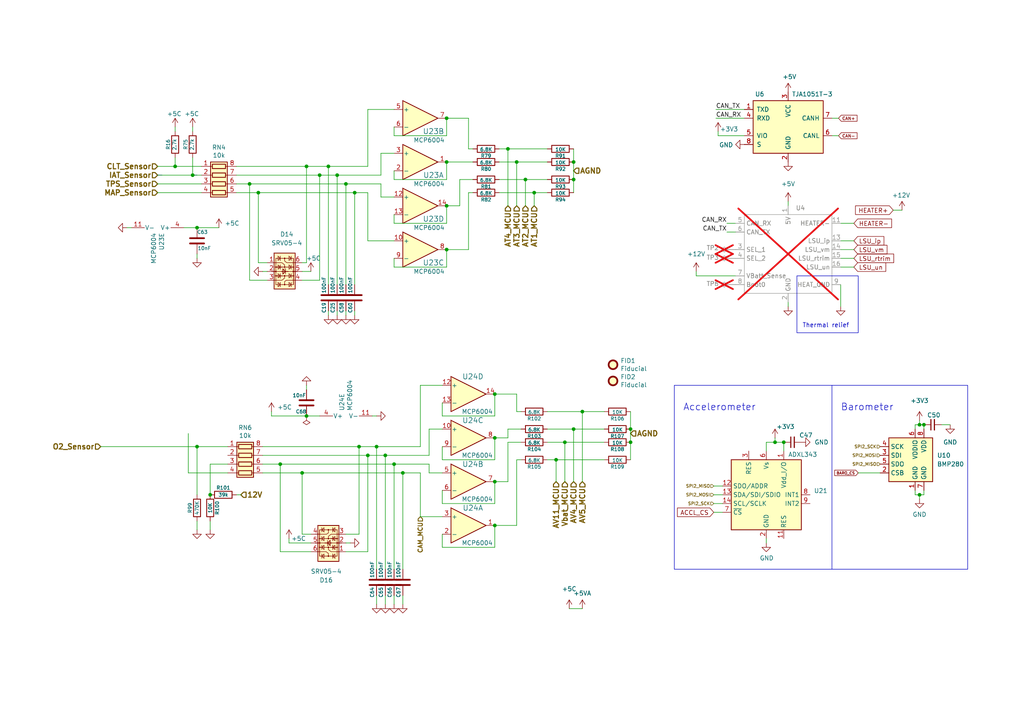
<source format=kicad_sch>
(kicad_sch (version 20240101) (generator "eeschema") (generator_version "8.99")
  (paper "A4")
  (title_block (title "μEFI (Speeduino FW compatible)") (date "2023-12-25") (rev "v6.1") (company "Churrosoft ®") (comment 1 "CERN-OHL-S-2.0 license"))
  (lib_symbols
    (symbol "+12V_1" (power) (pin_names (offset 0))
      (property "Value" "+12V" (at 0 3.556 0))
      (symbol "+12V_1_1_1"
        (pin power_in line (at 0 0 90) (length 0) hide (name "+12V") (number "1"))
      )
    )
    (symbol "Amplifier_Operational:MCP6004" (pin_names (offset 0.127))
      (property "Reference" "U" (at 0 5.08 0))
      (property "Value" "MCP6004" (at 0 -5.08 0))
      (symbol "MCP6004_1_1"
        (pin output line (at 7.62 0 180) (length 2.54) (name "~") (number "1"))
        (pin input line (at -7.62 -2.54 0) (length 2.54) (name "-") (number "2"))
        (pin input line (at -7.62 2.54 0) (length 2.54) (name "+") (number "3"))
      )
      (symbol "MCP6004_2_1"
        (pin input line (at -7.62 2.54 0) (length 2.54) (name "+") (number "5"))
        (pin input line (at -7.62 -2.54 0) (length 2.54) (name "-") (number "6"))
        (pin output line (at 7.62 0 180) (length 2.54) (name "~") (number "7"))
      )
      (symbol "MCP6004_3_1"
        (pin input line (at -7.62 2.54 0) (length 2.54) (name "+") (number "10"))
        (pin output line (at 7.62 0 180) (length 2.54) (name "~") (number "8"))
        (pin input line (at -7.62 -2.54 0) (length 2.54) (name "-") (number "9"))
      )
      (symbol "MCP6004_4_1"
        (pin input line (at -7.62 2.54 0) (length 2.54) (name "+") (number "12"))
        (pin input line (at -7.62 -2.54 0) (length 2.54) (name "-") (number "13"))
        (pin output line (at 7.62 0 180) (length 2.54) (name "~") (number "14"))
      )
      (symbol "MCP6004_5_1"
        (pin power_in line (at -2.54 -7.62 90) (length 3.81) (name "V-") (number "11"))
        (pin power_in line (at -2.54 7.62 270) (length 3.81) (name "V+") (number "4"))
      )
    )
    (symbol "Connector:TestPoint_Alt" (pin_numbers hide) (pin_names (offset 0.762) hide)
      (property "Reference" "TP" (at 0 6.858 0))
      (property "Value" "TestPoint_Alt" (at 0 5.08 0))
      (symbol "TestPoint_Alt_1_1"
        (pin passive line (at 0 0 90) (length 2.54) (name "1") (number "1"))
      )
    )
    (symbol "Device:C" (pin_numbers hide) (pin_names (offset 0.254))
      (property "Reference" "C" (at 0.635 2.54 0))
      (property "Value" "C" (at 0.635 -2.54 0))
      (symbol "C_1_1"
        (pin passive line (at 0 3.81 270) (length 2.794) (name "~") (number "1"))
        (pin passive line (at 0 -3.81 90) (length 2.794) (name "~") (number "2"))
      )
    )
    (symbol "Device:C_Small" (pin_numbers hide) (pin_names (offset 0.254) hide)
      (property "Reference" "C" (at 0.254 1.778 0))
      (property "Value" "C_Small" (at 0.254 -2.032 0))
      (symbol "C_Small_1_1"
        (pin passive line (at 0 2.54 270) (length 2.032) (name "~") (number "1"))
        (pin passive line (at 0 -2.54 90) (length 2.032) (name "~") (number "2"))
      )
    )
    (symbol "Device:R" (pin_numbers hide) (pin_names (offset 0))
      (property "Reference" "R" (at 2.032 0 90))
      (property "Value" "R" (at 0 0 90))
      (symbol "R_1_1"
        (pin passive line (at 0 3.81 270) (length 1.27) (name "~") (number "1"))
        (pin passive line (at 0 -3.81 90) (length 1.27) (name "~") (number "2"))
      )
    )
    (symbol "Device:R_Pack04" (pin_names (offset 0) hide)
      (property "Reference" "RN" (at -7.62 0 90))
      (property "Value" "R_Pack04" (at 5.08 0 90))
      (symbol "R_Pack04_1_1"
        (pin passive line (at -5.08 -5.08 90) (length 2.54) (name "R1.1") (number "1"))
        (pin passive line (at -2.54 -5.08 90) (length 2.54) (name "R2.1") (number "2"))
        (pin passive line (at 0 -5.08 90) (length 2.54) (name "R3.1") (number "3"))
        (pin passive line (at 2.54 -5.08 90) (length 2.54) (name "R4.1") (number "4"))
        (pin passive line (at 2.54 5.08 270) (length 2.54) (name "R4.2") (number "5"))
        (pin passive line (at 0 5.08 270) (length 2.54) (name "R3.2") (number "6"))
        (pin passive line (at -2.54 5.08 270) (length 2.54) (name "R2.2") (number "7"))
        (pin passive line (at -5.08 5.08 270) (length 2.54) (name "R1.2") (number "8"))
      )
    )
    (symbol "GND_1" (power) (pin_names (offset 0))
      (property "Value" "GND" (at 0 -3.81 0))
      (symbol "GND_1_1_1"
        (pin power_in line (at 0 0 270) (length 0) hide (name "GND") (number "1"))
      )
    )
    (symbol "Interface_CAN_LIN:TJA1051T-3" (pin_names (offset 1.016))
      (property "Reference" "U" (at -10.16 8.89 0))
      (property "Value" "TJA1051T-3" (at 1.27 8.89 0))
      (symbol "TJA1051T-3_1_1"
        (pin input line (at -12.7 5.08 0) (length 2.54) (name "TXD") (number "1"))
        (pin power_in line (at 0 -10.16 90) (length 2.54) (name "GND") (number "2"))
        (pin power_in line (at 0 10.16 270) (length 2.54) (name "VCC") (number "3"))
        (pin output line (at -12.7 2.54 0) (length 2.54) (name "RXD") (number "4"))
        (pin power_in line (at -12.7 -2.54 0) (length 2.54) (name "VIO") (number "5"))
        (pin bidirectional line (at 12.7 -2.54 180) (length 2.54) (name "CANL") (number "6"))
        (pin bidirectional line (at 12.7 2.54 180) (length 2.54) (name "CANH") (number "7"))
        (pin input line (at -12.7 -5.08 0) (length 2.54) (name "S") (number "8"))
      )
    )
    (symbol "Mechanical:Fiducial"
      (property "Reference" "FID" (at 0 5.08 0))
      (property "Value" "Fiducial" (at 0 3.175 0))
    )
    (symbol "OpenEFI_LIB:RusEFI_WBO"
      (property "Reference" "U" (at 0 0 0))
      (symbol "RusEFI_WBO_1_1"
        (pin power_in line (at 0 13.97 270) (length 2.54) (name "5V") (number "1"))
        (pin power_in line (at 15.24 -8.89 180) (length 2.54) hide (name "HEAT_GND2") (number "10"))
        (pin power_out line (at 15.24 8.89 180) (length 2.54) (name "HEATER-") (number "11"))
        (pin power_out line (at 15.24 8.89 180) (length 2.54) hide (name "HEATER-") (number "12"))
        (pin bidirectional line (at 15.24 3.81 180) (length 2.54) (name "LSU_ip") (number "13"))
        (pin bidirectional line (at 15.24 1.27 180) (length 2.54) (name "LSU_vm") (number "14"))
        (pin bidirectional line (at 15.24 -1.27 180) (length 2.54) (name "LSU_rtrim") (number "15"))
        (pin bidirectional line (at 15.24 -3.81 180) (length 2.54) (name "LSU_un") (number "16"))
        (pin power_in line (at 0 -13.97 90) (length 2.54) (name "GND") (number "2"))
        (pin input line (at -15.24 1.27 0) (length 2.54) (name "SEL_1") (number "3"))
        (pin input line (at -15.24 -1.27 0) (length 2.54) (name "SEL_2") (number "4"))
        (pin input line (at -15.24 8.89 0) (length 2.54) (name "CAN_RX") (number "5"))
        (pin output line (at -15.24 6.35 0) (length 2.54) (name "CAN_TX") (number "6"))
        (pin input line (at -15.24 -6.35 0) (length 2.54) (name "VBatt_Sense") (number "7"))
        (pin input line (at -15.24 -8.89 0) (length 2.54) (name "Boot0") (number "8"))
        (pin power_in line (at 15.24 -8.89 180) (length 2.54) (name "HEAT_GND") (number "9"))
      )
    )
    (symbol "Power_Protection:NUP4202"
      (property "Reference" "U" (at -6.985 -2.54 0))
      (property "Value" "NUP4202" (at 6.35 1.27 90))
      (symbol "NUP4202_1_1"
        (pin passive line (at -2.54 -5.08 90) (length 2.54) (name "~") (number "1"))
        (pin passive line (at 0 -5.08 90) (length 2.54) (name "~") (number "2"))
        (pin passive line (at 2.54 -5.08 90) (length 2.54) (name "~") (number "3"))
        (pin passive line (at 2.54 5.08 270) (length 2.54) (name "~") (number "4"))
        (pin passive line (at 0 5.08 270) (length 2.54) (name "~") (number "5"))
        (pin passive line (at -2.54 5.08 270) (length 2.54) (name "~") (number "6"))
      )
    )
    (symbol "Sensor_Motion:ADXL343"
      (property "Reference" "U" (at -8.89 11.43 0))
      (property "Value" "ADXL343" (at -7.62 -11.43 0))
      (symbol "ADXL343_1_1"
        (pin power_in line (at 5.08 12.7 270) (length 2.54) (name "Vdd_I/O") (number "1"))
        (pin no_connect line (at -5.08 -10.16 90) (length 2.54) hide (name "NC") (number "10"))
        (pin passive line (at 5.08 -12.7 90) (length 2.54) (name "RES") (number "11"))
        (pin bidirectional line (at -12.7 2.54 0) (length 2.54) (name "SDO/ADDR") (number "12"))
        (pin bidirectional line (at -12.7 0 0) (length 2.54) (name "SDA/SDI/SDIO") (number "13"))
        (pin input line (at -12.7 -2.54 0) (length 2.54) (name "SCL/SCLK") (number "14"))
        (pin power_in line (at 0 -12.7 90) (length 2.54) (name "GND") (number "2"))
        (pin passive line (at -5.08 12.7 270) (length 2.54) (name "RES") (number "3"))
        (pin passive line (at 0 -12.7 90) (length 2.54) hide (name "GND") (number "4"))
        (pin passive line (at 0 -12.7 90) (length 2.54) hide (name "GND") (number "5"))
        (pin power_in line (at 0 12.7 270) (length 2.54) (name "Vs") (number "6"))
        (pin input line (at -12.7 -5.08 0) (length 2.54) (name "~{CS}") (number "7"))
        (pin output line (at 12.7 0 180) (length 2.54) (name "INT1") (number "8"))
        (pin output line (at 12.7 -2.54 180) (length 2.54) (name "INT2") (number "9"))
      )
    )
    (symbol "Sensor_Pressure:BMP280"
      (property "Reference" "U" (at -7.62 10.16 0))
      (property "Value" "BMP280" (at 5.08 10.16 0))
      (symbol "BMP280_1_1"
        (pin power_in line (at 0 -7.62 90) (length 2.54) (name "GND") (number "1"))
        (pin input line (at -10.16 -2.54 0) (length 2.54) (name "CSB") (number "2"))
        (pin bidirectional line (at -10.16 2.54 0) (length 2.54) (name "SDI") (number "3"))
        (pin input line (at -10.16 5.08 0) (length 2.54) (name "SCK") (number "4"))
        (pin bidirectional line (at -10.16 0 0) (length 2.54) (name "SDO") (number "5"))
        (pin power_in line (at 0 10.16 270) (length 2.54) (name "VDDIO") (number "6"))
        (pin power_in line (at 2.54 -7.62 90) (length 2.54) (name "GND") (number "7"))
        (pin power_in line (at 2.54 10.16 270) (length 2.54) (name "VDD") (number "8"))
      )
    )
    (symbol "power:+3V3" (power) (pin_names (offset 0))
      (property "Value" "+3V3" (at 0 3.556 0))
      (symbol "+3V3_1_1"
        (pin power_in line (at 0 0 90) (length 0) hide (name "+3V3") (number "1"))
      )
    )
    (symbol "power:+5C" (power) (pin_names (offset 0))
      (property "Value" "+5C" (at 0 3.556 0))
      (symbol "+5C_1_1"
        (pin power_in line (at 0 0 90) (length 0) hide (name "+5C") (number "1"))
      )
    )
    (symbol "power:+5V" (power) (pin_names (offset 0))
      (property "Value" "+5V" (at 0 3.556 0))
      (symbol "+5V_1_1"
        (pin power_in line (at 0 0 90) (length 0) hide (name "+5V") (number "1"))
      )
    )
    (symbol "power:+5VA" (power) (pin_names (offset 0))
      (property "Value" "+5VA" (at 0 3.556 0))
      (symbol "+5VA_1_1"
        (pin power_in line (at 0 0 90) (length 0) hide (name "+5VA") (number "1"))
      )
    )
    (symbol "power:GND" (power) (pin_names (offset 0))
      (property "Value" "GND" (at 0 -3.81 0))
      (symbol "GND_1_1"
        (pin power_in line (at 0 0 270) (length 0) hide (name "GND") (number "1"))
      )
    )
    (symbol "power:PWR_FLAG" (power) (pin_numbers hide) (pin_names (offset 0) hide)
      (property "Value" "PWR_FLAG" (at 0 3.81 0))
      (symbol "PWR_FLAG_0_0"
        (pin power_out line (at 0 0 90) (length 0) (name "pwr") (number "1"))
      )
    )
  )
  (rectangle (start 231.14 80.01) (end 248.92 96.52))
  (rectangle (start 195.58 111.76) (end 280.67 165.1))
  (text "Barometer" (at 243.84 119.38 0) (effects (font (size 1.9812 1.9812)) (justify left bottom)))
  (text "Accelerometer" (at 198.12 119.38 0) (effects (font (size 1.9812 1.9812)) (justify left bottom)))
  (text "Thermal relief\n" (at 239.522 94.488 0) (effects (font (size 1.27 1.27))))
  (junction (at 109.22 129.54))
  (junction (at 87.63 137.16))
  (junction (at 266.7 123.19))
  (junction (at 129.54 46.99))
  (junction (at 154.94 55.88))
  (junction (at 266.7 143.51))
  (junction (at 161.29 133.35))
  (junction (at 163.83 128.27))
  (junction (at 129.54 59.69))
  (junction (at 114.3 134.62))
  (junction (at 106.68 132.08))
  (junction (at 95.25 48.26))
  (junction (at 166.37 46.99))
  (junction (at 74.93 55.88))
  (junction (at 104.14 129.54))
  (junction (at 227.33 128.27))
  (junction (at 81.28 134.62))
  (junction (at 166.37 124.46))
  (junction (at 182.88 124.46))
  (junction (at 267.97 123.19))
  (junction (at 92.71 50.8))
  (junction (at 102.87 55.88))
  (junction (at 55.88 50.8))
  (junction (at 72.39 53.34))
  (junction (at 129.54 34.29))
  (junction (at 143.51 127))
  (junction (at 57.15 66.04))
  (junction (at 57.15 129.54))
  (junction (at 60.96 143.51))
  (junction (at 168.91 119.38))
  (junction (at 100.33 53.34))
  (junction (at 111.76 132.08))
  (junction (at 149.86 46.99))
  (junction (at 147.32 43.18))
  (junction (at 143.51 139.7))
  (junction (at 50.8 48.26))
  (junction (at 152.4 52.07))
  (junction (at 116.84 137.16))
  (junction (at 88.9 120.65))
  (junction (at 97.79 50.8))
  (junction (at 182.88 128.27))
  (junction (at 166.37 52.07))
  (junction (at 88.9 48.26))
  (junction (at 224.79 128.27))
  (junction (at 143.51 114.3))
  (junction (at 129.54 72.39))
  (junction (at 143.51 152.4))
  (wire (pts (xy 129.54 34.29) (xy 135.89 34.29)))
  (wire (pts (xy 100.33 157.48) (xy 101.6 157.48)))
  (wire (pts (xy 72.39 53.34) (xy 72.39 81.28)))
  (wire (pts (xy 143.51 120.65) (xy 143.51 114.3)))
  (wire (pts (xy 133.35 59.69) (xy 133.35 52.07)))
  (wire (pts (xy 81.28 134.62) (xy 81.28 160.02)))
  (wire (pts (xy 124.46 134.62) (xy 124.46 137.16)))
  (wire (pts (xy 149.86 114.3) (xy 143.51 114.3)))
  (wire (pts (xy 110.49 53.34) (xy 110.49 57.15)))
  (wire (pts (xy 182.88 124.46) (xy 182.88 128.27)))
  (wire (pts (xy 158.75 124.46) (xy 166.37 124.46)))
  (wire (pts (xy 267.97 124.46) (xy 267.97 123.19)))
  (wire (pts (xy 266.7 123.19) (xy 265.43 123.19)))
  (polyline (pts (xy 241.3 111.76) (xy 241.3 165.1)))
  (wire (pts (xy 55.88 45.72) (xy 55.88 50.8)))
  (wire (pts (xy 129.54 39.37) (xy 129.54 34.29)))
  (wire (pts (xy 77.47 76.2) (xy 74.93 76.2)))
  (wire (pts (xy 149.86 133.35) (xy 149.86 152.4)))
  (wire (pts (xy 55.88 36.83) (xy 55.88 38.1)))
  (wire (pts (xy 95.25 48.26) (xy 95.25 82.55)))
  (wire (pts (xy 168.91 119.38) (xy 175.26 119.38)))
  (wire (pts (xy 135.89 34.29) (xy 135.89 43.18)))
  (wire (pts (xy 114.3 134.62) (xy 124.46 134.62)))
  (wire (pts (xy 207.01 148.59) (xy 209.55 148.59)))
  (wire (pts (xy 210.82 67.31) (xy 213.36 67.31)))
  (wire (pts (xy 106.68 55.88) (xy 106.68 69.85)))
  (wire (pts (xy 87.63 76.2) (xy 88.9 76.2)))
  (wire (pts (xy 72.39 81.28) (xy 77.47 81.28)))
  (wire (pts (xy 267.97 123.19) (xy 266.7 123.19)))
  (wire (pts (xy 109.22 129.54) (xy 121.92 129.54)))
  (wire (pts (xy 100.33 160.02) (xy 106.68 160.02)))
  (wire (pts (xy 129.54 72.39) (xy 135.89 72.39)))
  (wire (pts (xy 114.3 49.53) (xy 114.3 52.07)))
  (wire (pts (xy 45.72 53.34) (xy 58.42 53.34)))
  (wire (pts (xy 97.79 90.17) (xy 97.79 91.44)))
  (wire (pts (xy 60.96 134.62) (xy 66.04 134.62)))
  (wire (pts (xy 267.97 142.24) (xy 267.97 143.51)))
  (wire (pts (xy 114.3 39.37) (xy 114.3 36.83)))
  (wire (pts (xy 137.16 55.88) (xy 135.89 55.88)))
  (wire (pts (xy 109.22 165.1) (xy 109.22 129.54)))
  (wire (pts (xy 87.63 81.28) (xy 92.71 81.28)))
  (wire (pts (xy 121.92 137.16) (xy 116.84 137.16)))
  (wire (pts (xy 166.37 124.46) (xy 175.26 124.46)))
  (wire (pts (xy 124.46 137.16) (xy 128.27 137.16)))
  (wire (pts (xy 144.78 43.18) (xy 147.32 43.18)))
  (wire (pts (xy 265.43 143.51) (xy 265.43 142.24)))
  (wire (pts (xy 74.93 55.88) (xy 102.87 55.88)))
  (wire (pts (xy 68.58 55.88) (xy 74.93 55.88)))
  (wire (pts (xy 143.51 127) (xy 147.32 127)))
  (wire (pts (xy 149.86 59.69) (xy 149.86 46.99)))
  (wire (pts (xy 147.32 59.69) (xy 147.32 43.18)))
  (wire (pts (xy 60.96 143.51) (xy 60.96 134.62)))
  (wire (pts (xy 129.54 64.77) (xy 129.54 59.69)))
  (wire (pts (xy 265.43 123.19) (xy 265.43 124.46)))
  (wire (pts (xy 144.78 46.99) (xy 149.86 46.99)))
  (wire (pts (xy 128.27 142.24) (xy 128.27 146.05)))
  (wire (pts (xy 60.96 153.67) (xy 60.96 151.13)))
  (wire (pts (xy 88.9 113.03) (xy 88.9 111.76)))
  (wire (pts (xy 243.84 77.47) (xy 247.65 77.47)))
  (wire (pts (xy 261.62 60.96) (xy 259.08 60.96)))
  (wire (pts (xy 152.4 52.07) (xy 158.75 52.07)))
  (wire (pts (xy 166.37 43.18) (xy 166.37 46.99)))
  (wire (pts (xy 154.94 59.69) (xy 154.94 55.88)))
  (wire (pts (xy 207.01 143.51) (xy 209.55 143.51)))
  (polyline (pts (xy 55.88 50.8) (xy 57.15 50.8)) (stroke (width 0) (type dash)))
  (wire (pts (xy 74.93 76.2) (xy 74.93 55.88)))
  (wire (pts (xy 135.89 72.39) (xy 135.89 55.88)))
  (wire (pts (xy 165.1 176.53) (xy 168.91 176.53)))
  (wire (pts (xy 76.2 134.62) (xy 81.28 134.62)))
  (wire (pts (xy 111.76 132.08) (xy 124.46 132.08)))
  (wire (pts (xy 143.51 152.4) (xy 149.86 152.4)))
  (wire (pts (xy 114.3 77.47) (xy 114.3 74.93)))
  (wire (pts (xy 55.88 50.8) (xy 58.42 50.8)))
  (wire (pts (xy 266.7 121.92) (xy 266.7 123.19)))
  (wire (pts (xy 222.25 157.48) (xy 222.25 156.21)))
  (wire (pts (xy 129.54 46.99) (xy 137.16 46.99)))
  (wire (pts (xy 78.74 120.65) (xy 88.9 120.65)))
  (wire (pts (xy 104.14 154.94) (xy 104.14 129.54)))
  (wire (pts (xy 158.75 119.38) (xy 168.91 119.38)))
  (wire (pts (xy 121.92 149.86) (xy 121.92 137.16)))
  (wire (pts (xy 147.32 128.27) (xy 151.13 128.27)))
  (wire (pts (xy 100.33 53.34) (xy 110.49 53.34)))
  (wire (pts (xy 95.25 48.26) (xy 106.68 48.26)))
  (wire (pts (xy 128.27 146.05) (xy 143.51 146.05)))
  (wire (pts (xy 147.32 139.7) (xy 147.32 128.27)))
  (wire (pts (xy 102.87 55.88) (xy 106.68 55.88)))
  (wire (pts (xy 100.33 90.17) (xy 100.33 91.44)))
  (wire (pts (xy 114.3 134.62) (xy 81.28 134.62)))
  (wire (pts (xy 147.32 43.18) (xy 158.75 43.18)))
  (wire (pts (xy 154.94 55.88) (xy 158.75 55.88)))
  (wire (pts (xy 29.21 129.54) (xy 57.15 129.54)))
  (wire (pts (xy 100.33 82.55) (xy 100.33 53.34)))
  (wire (pts (xy 121.92 111.76) (xy 128.27 111.76)))
  (wire (pts (xy 78.74 120.65) (xy 78.74 119.38)))
  (wire (pts (xy 166.37 139.7) (xy 166.37 124.46)))
  (wire (pts (xy 208.28 39.37) (xy 215.9 39.37)))
  (wire (pts (xy 88.9 120.65) (xy 92.71 120.65)))
  (wire (pts (xy 114.3 64.77) (xy 114.3 62.23)))
  (wire (pts (xy 114.3 165.1) (xy 114.3 134.62)))
  (wire (pts (xy 87.63 137.16) (xy 116.84 137.16)))
  (wire (pts (xy 45.72 55.88) (xy 58.42 55.88)))
  (wire (pts (xy 149.86 119.38) (xy 151.13 119.38)))
  (wire (pts (xy 168.91 139.7) (xy 168.91 119.38)))
  (wire (pts (xy 114.3 52.07) (xy 129.54 52.07)))
  (wire (pts (xy 106.68 31.75) (xy 106.68 48.26)))
  (wire (pts (xy 128.27 133.35) (xy 143.51 133.35)))
  (wire (pts (xy 121.92 129.54) (xy 121.92 111.76)))
  (wire (pts (xy 266.7 144.78) (xy 266.7 143.51)))
  (polyline (pts (xy 45.72 50.8) (xy 46.99 50.8)) (stroke (width 0) (type dash)))
  (wire (pts (xy 143.51 146.05) (xy 143.51 139.7)))
  (wire (pts (xy 90.17 160.02) (xy 81.28 160.02)))
  (wire (pts (xy 243.84 82.55) (xy 243.84 88.9)))
  (wire (pts (xy 201.93 80.01) (xy 213.36 80.01)))
  (wire (pts (xy 38.1 66.04) (xy 36.83 66.04)))
  (wire (pts (xy 45.72 48.26) (xy 50.8 48.26)))
  (wire (pts (xy 129.54 59.69) (xy 133.35 59.69)))
  (wire (pts (xy 114.3 31.75) (xy 106.68 31.75)))
  (wire (pts (xy 110.49 44.45) (xy 110.49 50.8)))
  (wire (pts (xy 114.3 77.47) (xy 129.54 77.47)))
  (wire (pts (xy 50.8 48.26) (xy 58.42 48.26)))
  (wire (pts (xy 114.3 64.77) (xy 129.54 64.77)))
  (wire (pts (xy 114.3 39.37) (xy 129.54 39.37)))
  (wire (pts (xy 57.15 73.66) (xy 57.15 74.93)))
  (wire (pts (xy 182.88 119.38) (xy 182.88 124.46)))
  (wire (pts (xy 207.645 31.75) (xy 215.9 31.75)))
  (wire (pts (xy 149.86 119.38) (xy 149.86 114.3)))
  (wire (pts (xy 114.3 44.45) (xy 110.49 44.45)))
  (wire (pts (xy 224.79 127) (xy 224.79 128.27)))
  (wire (pts (xy 57.15 66.04) (xy 53.34 66.04)))
  (wire (pts (xy 144.78 55.88) (xy 154.94 55.88)))
  (wire (pts (xy 92.71 50.8) (xy 97.79 50.8)))
  (wire (pts (xy 161.29 133.35) (xy 175.26 133.35)))
  (wire (pts (xy 72.39 53.34) (xy 100.33 53.34)))
  (wire (pts (xy 201.93 78.74) (xy 201.93 80.01)))
  (wire (pts (xy 215.9 34.29) (xy 207.645 34.29)))
  (wire (pts (xy 143.51 133.35) (xy 143.51 127)))
  (wire (pts (xy 88.9 48.26) (xy 95.25 48.26)))
  (wire (pts (xy 149.86 46.99) (xy 158.75 46.99)))
  (wire (pts (xy 124.46 124.46) (xy 124.46 132.08)))
  (wire (pts (xy 147.32 127) (xy 147.32 124.46)))
  (wire (pts (xy 124.46 124.46) (xy 128.27 124.46)))
  (wire (pts (xy 97.79 50.8) (xy 110.49 50.8)))
  (wire (pts (xy 97.79 82.55) (xy 97.79 50.8)))
  (wire (pts (xy 50.8 45.72) (xy 50.8 48.26)))
  (wire (pts (xy 76.2 129.54) (xy 104.14 129.54)))
  (wire (pts (xy 207.01 140.97) (xy 209.55 140.97)))
  (wire (pts (xy 50.8 36.83) (xy 50.8 38.1)))
  (wire (pts (xy 57.15 151.13) (xy 57.15 153.67)))
  (wire (pts (xy 128.27 129.54) (xy 128.27 133.35)))
  (wire (pts (xy 275.59 123.19) (xy 273.05 123.19)))
  (wire (pts (xy 90.17 154.94) (xy 87.63 154.94)))
  (wire (pts (xy 161.29 139.7) (xy 161.29 133.35)))
  (wire (pts (xy 243.84 72.39) (xy 247.65 72.39)))
  (wire (pts (xy 102.87 82.55) (xy 102.87 55.88)))
  (wire (pts (xy 111.76 165.1) (xy 111.76 132.08)))
  (wire (pts (xy 243.84 64.77) (xy 247.65 64.77)))
  (wire (pts (xy 128.27 158.75) (xy 143.51 158.75)))
  (wire (pts (xy 208.28 38.1) (xy 208.28 39.37)))
  (wire (pts (xy 267.97 143.51) (xy 266.7 143.51)))
  (wire (pts (xy 110.49 57.15) (xy 114.3 57.15)))
  (wire (pts (xy 68.58 143.51) (xy 69.85 143.51)))
  (wire (pts (xy 106.68 160.02) (xy 106.68 132.08)))
  (wire (pts (xy 128.27 120.65) (xy 143.51 120.65)))
  (wire (pts (xy 135.89 43.18) (xy 137.16 43.18)))
  (wire (pts (xy 129.54 52.07) (xy 129.54 46.99)))
  (wire (pts (xy 92.71 81.28) (xy 92.71 50.8)))
  (wire (pts (xy 228.6 87.63) (xy 228.6 88.9)))
  (wire (pts (xy 222.25 128.27) (xy 224.79 128.27)))
  (wire (pts (xy 129.54 77.47) (xy 129.54 72.39)))
  (wire (pts (xy 54.61 125.73) (xy 54.61 137.16)))
  (wire (pts (xy 104.14 129.54) (xy 109.22 129.54)))
  (wire (pts (xy 128.27 116.84) (xy 128.27 120.65)))
  (wire (pts (xy 68.58 50.8) (xy 92.71 50.8)))
  (wire (pts (xy 241.3 39.37) (xy 243.205 39.37)))
  (wire (pts (xy 158.75 133.35) (xy 161.29 133.35)))
  (wire (pts (xy 109.22 175.26) (xy 109.22 172.72)))
  (wire (pts (xy 54.61 137.16) (xy 66.04 137.16)))
  (wire (pts (xy 163.83 128.27) (xy 175.26 128.27)))
  (wire (pts (xy 111.76 172.72) (xy 111.76 175.26)))
  (wire (pts (xy 266.7 143.51) (xy 265.43 143.51)))
  (wire (pts (xy 116.84 172.72) (xy 116.84 175.26)))
  (wire (pts (xy 227.33 130.81) (xy 227.33 128.27)))
  (wire (pts (xy 83.82 157.48) (xy 83.82 156.21)))
  (wire (pts (xy 133.35 52.07) (xy 137.16 52.07)))
  (wire (pts (xy 166.37 52.07) (xy 166.37 55.88)))
  (wire (pts (xy 248.92 137.16) (xy 255.27 137.16)))
  (wire (pts (xy 228.6 58.42) (xy 228.6 59.69)))
  (wire (pts (xy 210.82 64.77) (xy 213.36 64.77)))
  (wire (pts (xy 241.3 34.29) (xy 243.205 34.29)))
  (wire (pts (xy 227.33 128.27) (xy 224.79 128.27)))
  (wire (pts (xy 88.9 76.2) (xy 88.9 48.26)))
  (wire (pts (xy 63.5 66.04) (xy 57.15 66.04)))
  (wire (pts (xy 87.63 137.16) (xy 87.63 154.94)))
  (wire (pts (xy 68.58 53.34) (xy 72.39 53.34)))
  (wire (pts (xy 76.2 78.74) (xy 77.47 78.74)))
  (wire (pts (xy 121.92 149.86) (xy 128.27 149.86)))
  (wire (pts (xy 76.2 137.16) (xy 87.63 137.16)))
  (wire (pts (xy 104.14 154.94) (xy 100.33 154.94)))
  (wire (pts (xy 143.51 158.75) (xy 143.51 152.4)))
  (wire (pts (xy 149.86 133.35) (xy 151.13 133.35)))
  (wire (pts (xy 143.51 139.7) (xy 147.32 139.7)))
  (wire (pts (xy 68.58 48.26) (xy 88.9 48.26)))
  (wire (pts (xy 243.84 74.93) (xy 247.65 74.93)))
  (wire (pts (xy 144.78 52.07) (xy 152.4 52.07)))
  (wire (pts (xy 163.83 139.7) (xy 163.83 128.27)))
  (wire (pts (xy 243.84 69.85) (xy 247.65 69.85)))
  (wire (pts (xy 116.84 137.16) (xy 116.84 165.1)))
  (wire (pts (xy 152.4 59.69) (xy 152.4 52.07)))
  (wire (pts (xy 207.01 146.05) (xy 209.55 146.05)))
  (wire (pts (xy 106.68 132.08) (xy 111.76 132.08)))
  (wire (pts (xy 57.15 129.54) (xy 66.04 129.54)))
  (wire (pts (xy 102.87 90.17) (xy 102.87 91.44)))
  (wire (pts (xy 95.25 90.17) (xy 95.25 91.44)))
  (wire (pts (xy 45.72 50.8) (xy 55.88 50.8)))
  (wire (pts (xy 83.82 157.48) (xy 90.17 157.48)))
  (wire (pts (xy 76.2 132.08) (xy 106.68 132.08)))
  (wire (pts (xy 182.88 128.27) (xy 182.88 133.35)))
  (wire (pts (xy 107.95 120.65) (xy 109.22 120.65)))
  (wire (pts (xy 114.3 172.72) (xy 114.3 175.26)))
  (wire (pts (xy 158.75 128.27) (xy 163.83 128.27)))
  (wire (pts (xy 106.68 69.85) (xy 114.3 69.85)))
  (wire (pts (xy 147.32 124.46) (xy 151.13 124.46)))
  (wire (pts (xy 57.15 143.51) (xy 57.15 129.54)))
  (wire (pts (xy 166.37 46.99) (xy 166.37 52.07)))
  (wire (pts (xy 128.27 154.94) (xy 128.27 158.75)))
  (wire (pts (xy 222.25 130.81) (xy 222.25 128.27)))
  (wire (pts (xy 87.63 78.74) (xy 90.17 78.74)))
  (label "CAN_RX" (at 207.645 34.29 0))
  (label "CAN_RX" (at 210.82 64.77 180))
  (label "CAN_TX" (at 207.645 31.75 0))
  (label "CAN_TX" (at 210.82 67.31 180))
  (global_label "CAN+" (shape input) (at 243.205 34.29 0) (effects (font (size 0.889 0.889))) (property "Intersheetrefs" "${INTERSHEET_REFS}" (effects (hide yes))))
  (global_label "ACCL_CS" (shape input) (at 207.01 148.59 180) (property "Intersheetrefs" "${INTERSHEET_REFS}" (effects (hide yes))))
  (global_label "BARO_CS" (shape input) (at 248.92 137.16 180) (effects (font (size 0.8 0.8))) (property "Intersheetrefs" "${INTERSHEET_REFS}" (effects (hide yes))))
  (global_label "HEATER+" (shape input) (at 259.08 60.96 180) (property "Intersheetrefs" "${INTERSHEET_REFS}" (effects (hide yes))))
  (global_label "LSU_rtrim" (shape input) (at 247.65 74.93 0) (property "Intersheetrefs" "${INTERSHEET_REFS}" (effects (hide yes))))
  (global_label "LSU_ip" (shape input) (at 247.65 69.85 0) (property "Intersheetrefs" "${INTERSHEET_REFS}" (effects (hide yes))))
  (global_label "HEATER-" (shape input) (at 247.65 64.77 0) (property "Intersheetrefs" "${INTERSHEET_REFS}" (effects (hide yes))))
  (global_label "LSU_vm" (shape input) (at 247.65 72.39 0) (property "Intersheetrefs" "${INTERSHEET_REFS}" (effects (hide yes))))
  (global_label "LSU_un" (shape input) (at 247.65 77.47 0) (property "Intersheetrefs" "${INTERSHEET_REFS}" (effects (hide yes))))
  (global_label "CAN-" (shape input) (at 243.205 39.37 0) (effects (font (size 0.889 0.889))) (property "Intersheetrefs" "${INTERSHEET_REFS}" (effects (hide yes))))
  (hierarchical_label "O2_Sensor" (shape input) (at 29.21 129.54 180) (effects (font (size 1.524 1.524) (thickness 0.3048) (bold yes))))
  (hierarchical_label "SPI2_MISO" (shape input) (at 207.01 140.97 180) (effects (font (size 0.889 0.889))))
  (hierarchical_label "CLT_Sensor" (shape input) (at 45.72 48.26 180) (effects (font (size 1.524 1.524) (thickness 0.3048) (bold yes))))
  (hierarchical_label "SPI2_MOSI" (shape input) (at 255.27 132.08 180) (effects (font (size 0.889 0.889))))
  (hierarchical_label "AV4_MCU" (shape input) (at 166.37 139.7 270) (effects (font (size 1.524 1.524) (thickness 0.3048) (bold yes))))
  (hierarchical_label "SPI2_SCK" (shape input) (at 255.27 129.54 180) (effects (font (size 0.889 0.889))))
  (hierarchical_label "AV5_MCU" (shape input) (at 168.91 139.7 270) (effects (font (size 1.524 1.524) (thickness 0.3048) (bold yes))))
  (hierarchical_label "CAM_MCU" (shape input) (at 121.92 149.86 270) (effects (font (thickness 0.254) (bold yes))))
  (hierarchical_label "AGND" (shape input) (at 166.37 49.53 0) (effects (font (size 1.524 1.524) (thickness 0.3048) (bold yes))))
  (hierarchical_label "SPI2_MISO" (shape input) (at 255.27 134.62 180) (effects (font (size 0.889 0.889))))
  (hierarchical_label "AT2_MCU" (shape input) (at 152.4 59.69 270) (effects (font (size 1.524 1.524) (thickness 0.3048) (bold yes))))
  (hierarchical_label "AV11_MCU" (shape input) (at 161.29 139.7 270) (effects (font (size 1.524 1.524) (thickness 0.3048) (bold yes))))
  (hierarchical_label "IAT_Sensor" (shape input) (at 45.72 50.8 180) (effects (font (size 1.524 1.524) (thickness 0.3048) (bold yes))))
  (hierarchical_label "AT4_MCU" (shape input) (at 147.32 59.69 270) (effects (font (size 1.524 1.524) (thickness 0.3048) (bold yes))))
  (hierarchical_label "SPI2_SCK" (shape input) (at 207.01 146.05 180) (effects (font (size 0.889 0.889))))
  (hierarchical_label "SPI2_MOSI" (shape input) (at 207.01 143.51 180) (effects (font (size 0.889 0.889))))
  (hierarchical_label "Vbat_MCU" (shape input) (at 163.83 139.7 270) (effects (font (size 1.524 1.524) (thickness 0.3048) (bold yes))))
  (hierarchical_label "12V" (shape input) (at 69.85 143.51 0) (effects (font (size 1.524 1.524) (thickness 0.3048) (bold yes))))
  (hierarchical_label "AGND" (shape input) (at 182.88 125.73 0) (effects (font (size 1.524 1.524) (thickness 0.3048) (bold yes))))
  (hierarchical_label "AT3_MCU" (shape input) (at 149.86 59.69 270) (effects (font (size 1.524 1.524) (thickness 0.3048) (bold yes))))
  (hierarchical_label "TPS_Sensor" (shape input) (at 45.72 53.34 180) (effects (font (size 1.524 1.524) (thickness 0.3048) (bold yes))))
  (hierarchical_label "MAP_Sensor" (shape input) (at 45.72 55.88 180) (effects (font (size 1.524 1.524) (thickness 0.3048) (bold yes))))
  (hierarchical_label "AT1_MCU" (shape input) (at 154.94 59.69 270) (effects (font (size 1.524 1.524) (thickness 0.3048) (bold yes))))
  (symbol (lib_id "Device:R") (at 162.56 46.99 270) (unit 1)
    (property "Reference" "R92" (at 162.56 49.022 90) (effects (font (size 1.016 1.016))))
    (property "Value" "10K" (at 162.5854 47.1678 90) (effects (font (size 1.016 1.016))))
    (property "Footprint" "Resistor_SMD:R_0603_1608Metric" (effects (hide yes)))
    (property "LCSC" "C25804" (effects (hide yes)))
    (property "Manufacturer" "StackPole" (effects (hide yes)))
    (property "Part #" "RMCF0603JT10K0" (effects (hide yes)))
    (property "VEND" "DIGI" (effects (hide yes)))
    (property "VEND#" "RMCF0603JT10K0CT-ND" (effects (hide yes)))
  )
  (symbol (lib_id "power:GND") (at 228.6 46.99 0) (unit 1)
    (property "Reference" "#PWR031" (effects (hide yes)))
    (property "Value" "GND" (effects (hide yes)))
  )
  (symbol (lib_id "power:+5C") (at 50.8 36.83 0) (unit 1)
    (property "Reference" "#PWR020" (effects (hide yes)))
    (property "Value" "+5C" (at 50.546 33.02 0))
  )
  (symbol (lib_id "Device:R") (at 154.94 119.38 270) (unit 1) (in_bom no)
    (property "Reference" "R102" (at 154.94 121.412 90) (effects (font (size 1.016 1.016))))
    (property "Value" "6.8K" (at 154.9654 119.5578 90) (effects (font (size 1.016 1.016))))
    (property "Footprint" "Resistor_SMD:R_0603_1608Metric" (effects (hide yes)))
    (property "LCSC" "C23212" (effects (hide yes)))
  )
  (symbol (lib_id "Device:C") (at 109.22 168.91 0) (unit 1) (in_bom no)
    (property "Reference" "C64" (at 107.95 173.355 90) (effects (font (size 1.016 1.016)) (justify left)))
    (property "Value" "100nF" (at 107.95 167.64 90) (effects (font (size 1.016 1.016)) (justify left)))
    (property "Footprint" "Capacitor_SMD:C_0402_1005Metric" (effects (hide yes)))
    (property "LCSC" "C1525" (effects (hide yes)))
  )
  (symbol (lib_id "Device:R") (at 162.56 55.88 270) (unit 1)
    (property "Reference" "R94" (at 162.56 57.912 90) (effects (font (size 1.016 1.016))))
    (property "Value" "10K" (at 162.5854 56.0578 90) (effects (font (size 1.016 1.016))))
    (property "Footprint" "Resistor_SMD:R_0603_1608Metric" (effects (hide yes)))
    (property "LCSC" "C25804" (effects (hide yes)))
    (property "Manufacturer" "StackPole" (effects (hide yes)))
    (property "Part #" "RMCF0603JT10K0" (effects (hide yes)))
    (property "VEND" "DIGI" (effects (hide yes)))
    (property "VEND#" "RMCF0603JT10K0CT-ND" (effects (hide yes)))
  )
  (symbol (lib_id "power:GND") (at 57.15 153.67 0) (mirror y) (unit 1) (in_bom no)
    (property "Reference" "#PWR0187" (effects (hide yes)))
    (property "Value" "GND" (effects (hide yes)))
  )
  (symbol (lib_id "Device:R") (at 60.96 147.32 0) (unit 1) (in_bom no)
    (property "Reference" "R100" (at 62.992 147.32 90) (effects (font (size 1.016 1.016))))
    (property "Value" "10K" (at 60.96 147.32 90) (effects (font (size 1.016 1.016))))
    (property "Footprint" "Resistor_SMD:R_0603_1608Metric" (effects (hide yes)))
    (property "Datasheet" "TBD" (effects (hide yes)))
    (property "Part #" "RMCF0603JT10K0" (effects (hide yes)))
    (property "VEND" "DIGI" (effects (hide yes)))
    (property "VEND#" "RMCF0603JT10K0CT-ND" (effects (hide yes)))
    (property "Manufacturer" "StackPole" (effects (hide yes)))
    (property "LCSC" "C25804" (effects (hide yes)))
  )
  (symbol (lib_id "Device:C_Small") (at 270.51 123.19 90) (unit 1) (exclude_from_sim yes) (in_bom no) (on_board no)
    (property "Reference" "C50" (at 272.796 120.396 90) (effects (justify left)))
    (property "Value" "100nF" (effects (hide yes)))
    (property "Footprint" "Capacitor_SMD:C_0805_2012Metric" (effects (hide yes)))
    (property "LCSC" "C49678" (effects (hide yes)))
    (property "STOCK" "CAP-000175-00" (effects (hide yes)))
  )
  (symbol (lib_id "Device:C") (at 88.9 116.84 180) (unit 1) (in_bom no)
    (property "Reference" "C68" (at 88.9 119.38 0) (effects (font (size 1.016 1.016)) (justify left)))
    (property "Value" "10nF" (at 88.7476 114.681 0) (effects (font (size 1.016 1.016)) (justify left)))
    (property "Footprint" "Capacitor_SMD:C_0603_1608Metric" (effects (hide yes)))
    (property "Part #" "C0603C103K1RACTU" (effects (hide yes)))
    (property "VEND" "DIGI" (effects (hide yes)))
    (property "VEND#" "399-3189-1-ND" (effects (hide yes)))
    (property "Manufacturer" "KEMET" (effects (hide yes)))
    (property "LCSC" "C57112" (effects (hide yes)))
  )
  (symbol (lib_id "Device:R") (at 179.07 128.27 270) (unit 1) (in_bom no)
    (property "Reference" "R108" (at 179.07 130.302 90) (effects (font (size 1.016 1.016))))
    (property "Value" "10K" (at 179.0954 128.4478 90) (effects (font (size 1.016 1.016))))
    (property "Footprint" "Resistor_SMD:R_0603_1608Metric" (effects (hide yes)))
    (property "LCSC" "C25804" (effects (hide yes)))
    (property "Manufacturer" "StackPole" (effects (hide yes)))
    (property "Part #" "RMCF0603JT10K0" (effects (hide yes)))
    (property "VEND" "DIGI" (effects (hide yes)))
    (property "VEND#" "RMCF0603JT10K0CT-ND" (effects (hide yes)))
  )
  (symbol (lib_id "power:+3V3") (at 224.79 127 0) (unit 1) (in_bom no)
    (property "Reference" "#PWR0161" (effects (hide yes)))
    (property "Value" "+3V3" (at 225.171 123.7488 0) (effects (justify left)))
  )
  (symbol (lib_name "GND_1") (lib_id "power:GND") (at 275.59 123.19 0) (unit 1)
    (property "Reference" "#PWR0157" (effects (hide yes)))
    (property "Value" "GND" (at 275.59 128.27 0))
    (property "Description" "Power symbol creates a global label with name \"GND\" , ground" (effects (hide yes)))
  )
  (symbol (lib_id "power:+5V") (at 228.6 58.42 0) (unit 1)
    (property "Reference" "#PWR024" (effects (hide yes)))
    (property "Value" "+5V" (at 228.6 53.34 0))
  )
  (symbol (lib_id "Device:C") (at 114.3 168.91 0) (unit 1) (in_bom no)
    (property "Reference" "C66" (at 113.03 173.355 90) (effects (font (size 1.016 1.016)) (justify left)))
    (property "Value" "100nF" (at 113.03 167.64 90) (effects (font (size 1.016 1.016)) (justify left)))
    (property "Footprint" "Capacitor_SMD:C_0402_1005Metric" (effects (hide yes)))
    (property "LCSC" "C1525" (effects (hide yes)))
  )
  (symbol (lib_id "Amplifier_Operational:MCP6004") (at 100.33 118.11 90) (unit 5) (in_bom no)
    (property "Reference" "U24" (at 99.1616 119.1768 0) (effects (justify left)))
    (property "Value" "MCP6004" (at 101.473 119.1768 0) (effects (justify left)))
    (property "Footprint" "Package_SO:TSSOP-14_4.4x5mm_P0.65mm" (effects (hide yes)))
    (property "Datasheet" "http://ww1.microchip.com/downloads/en/DeviceDoc/21733j.pdf" (effects (hide yes)))
    (property "Part #" "MCP6004T-I/ST" (effects (hide yes)))
    (property "VEND#" "MCP6004T-I/STCT-ND" (effects (hide yes)))
    (property "VEND" "DIGI" (effects (hide yes)))
    (property "Manufacturer" "MicroChip" (effects (hide yes)))
    (property "LCSC" "C248577" (effects (hide yes)))
  )
  (symbol (lib_id "power:GND") (at 243.84 88.9 0) (unit 1)
    (property "Reference" "#PWR026" (effects (hide yes)))
    (property "Value" "GND" (effects (hide yes)))
  )
  (symbol (lib_id "Mechanical:Fiducial") (at 177.8 105.791 0) (unit 1)
    (property "Reference" "FID1" (at 179.959 104.6226 0) (effects (justify left)))
    (property "Value" "Fiducial" (at 179.959 106.934 0) (effects (justify left)))
    (property "Footprint" "Fiducial:Fiducial_0.5mm_Mask1mm" (effects (hide yes)))
    (property "Datasheet" "DNP" (effects (hide yes)))
    (property "Part #" "DNP" (effects (hide yes)))
    (property "VEND" "DNP" (effects (hide yes)))
    (property "VEND#" "DNP" (effects (hide yes)))
    (property "Manufacturer" "DNP" (effects (hide yes)))
  )
  (symbol (lib_id "Amplifier_Operational:MCP6004") (at 121.92 72.39 0) (unit 3)
    (property "Reference" "U23" (at 125.73 76.2 0) (effects (font (size 1.524 1.524))))
    (property "Value" "MCP6004" (at 124.46 78.74 0))
    (property "Footprint" "Package_SO:TSSOP-14_4.4x5mm_P0.65mm" (effects (hide yes)))
    (property "Part #" "MCP6004T-I/ST" (effects (hide yes)))
    (property "VEND#" "MCP6004T-I/STCT-ND" (effects (hide yes)))
    (property "VEND" "DIGI" (effects (hide yes)))
    (property "Manufacturer" "MicroChip" (effects (hide yes)))
    (property "LCSC" "C248577" (effects (hide yes)))
  )
  (symbol (lib_id "power:GND") (at 76.2 78.74 270) (unit 1)
    (property "Reference" "#PWR051" (effects (hide yes)))
    (property "Value" "GND" (effects (hide yes)))
  )
  (symbol (lib_id "Device:C_Small") (at 229.87 128.27 90) (unit 1) (in_bom no)
    (property "Reference" "C47" (at 235.712 126.238 90) (effects (justify left)))
    (property "Value" "100nF" (effects (hide yes)))
    (property "Footprint" "Capacitor_SMD:C_0805_2012Metric" (effects (hide yes)))
    (property "LCSC" "C49678" (effects (hide yes)))
    (property "STOCK" "CAP-000175-00" (effects (hide yes)))
  )
  (symbol (lib_id "Device:R") (at 64.77 143.51 90) (unit 1) (in_bom no)
    (property "Reference" "R101" (at 64.77 141.478 90) (effects (font (size 1.016 1.016))))
    (property "Value" "39k" (at 64.77 143.51 90) (effects (font (size 1.016 1.016))))
    (property "Footprint" "Resistor_SMD:R_0603_1608Metric" (effects (hide yes)))
    (property "Part #" "RC0603FR-0739KL" (effects (hide yes)))
    (property "VEND" "DIGI" (effects (hide yes)))
    (property "VEND#" "311-39.0KHRCT-ND" (effects (hide yes)))
    (property "Manufacturer" "Yageo" (effects (hide yes)))
    (property "LCSC" "C23153" (effects (hide yes)))
  )
  (symbol (lib_id "power:GND") (at 36.83 66.04 270) (unit 1)
    (property "Reference" "#PWR0184" (effects (hide yes)))
    (property "Value" "GND" (effects (hide yes)))
  )
  (symbol (lib_id "Device:R_Pack04") (at 63.5 53.34 270) (unit 1)
    (property "Reference" "RN4" (at 63.5 42.7482 90))
    (property "Value" "10k" (at 63.5 45.0596 90))
    (property "Footprint" "Resistor_SMD:R_Array_Convex_4x0603" (effects (hide yes)))
    (property "Part #" "YC164-JR-0710KL" (effects (hide yes)))
    (property "VEND#" "YC164J-10KCT-ND" (effects (hide yes)))
    (property "VEND" "DIGI" (effects (hide yes)))
    (property "Manufacturer" "Yageo" (effects (hide yes)))
    (property "LCSC" "C29718" (effects (hide yes)))
  )
  (symbol (lib_id "Device:C") (at 95.25 86.36 0) (unit 1)
    (property "Reference" "C19" (at 93.98 90.805 90) (effects (font (size 1.016 1.016)) (justify left)))
    (property "Value" "100nF" (at 93.98 85.09 90) (effects (font (size 1.016 1.016)) (justify left)))
    (property "Footprint" "Capacitor_SMD:C_0402_1005Metric" (effects (hide yes)))
    (property "LCSC" "C1525" (effects (hide yes)))
  )
  (symbol (lib_id "power:+3V3") (at 208.28 38.1 0) (unit 1)
    (property "Reference" "#PWR027" (effects (hide yes)))
    (property "Value" "+3V3" (at 211.455 37.465 0))
  )
  (symbol (lib_id "power:GND") (at 116.84 175.26 0) (unit 1) (in_bom no)
    (property "Reference" "#PWR0193" (effects (hide yes)))
    (property "Value" "GND" (effects (hide yes)))
  )
  (symbol (lib_id "OpenEFI_LIB:RusEFI_WBO") (at 228.6 73.66 0) (unit 1) (dnp yes)
    (property "Reference" "U4" (at 230.7941 60.325 0) (effects (justify left)))
    (property "Value" "~" (at 228.6 73.66 0))
    (property "Footprint" "OpenEFI_LIB:RusEFI_WBO" (effects (hide yes)))
  )
  (symbol (lib_id "Amplifier_Operational:MCP6004") (at 121.92 34.29 0) (unit 2)
    (property "Reference" "U23" (at 125.73 38.1 0) (effects (font (size 1.524 1.524))))
    (property "Value" "MCP6004" (at 124.46 40.64 0))
    (property "Footprint" "Package_SO:TSSOP-14_4.4x5mm_P0.65mm" (effects (hide yes)))
    (property "Part #" "MCP6004T-I/ST" (effects (hide yes)))
    (property "VEND#" "MCP6004T-I/STCT-ND" (effects (hide yes)))
    (property "VEND" "DIGI" (effects (hide yes)))
    (property "Manufacturer" "MicroChip" (effects (hide yes)))
    (property "LCSC" "C248577" (effects (hide yes)))
  )
  (symbol (lib_id "Amplifier_Operational:MCP6004") (at 121.92 46.99 0) (unit 1)
    (property "Reference" "U23" (at 125.73 50.8 0) (effects (font (size 1.524 1.524))))
    (property "Value" "MCP6004" (at 124.46 53.34 0))
    (property "Footprint" "Package_SO:TSSOP-14_4.4x5mm_P0.65mm" (effects (hide yes)))
    (property "Part #" "MCP6004T-I/ST" (effects (hide yes)))
    (property "VEND#" "MCP6004T-I/STCT-ND" (effects (hide yes)))
    (property "VEND" "DIGI" (effects (hide yes)))
    (property "Manufacturer" "MicroChip" (effects (hide yes)))
    (property "LCSC" "C248577" (effects (hide yes)))
  )
  (symbol (lib_id "power:GND") (at 100.33 91.44 0) (unit 1)
    (property "Reference" "#PWR062" (effects (hide yes)))
    (property "Value" "GND" (effects (hide yes)))
  )
  (symbol (lib_id "Sensor_Pressure:BMP280") (at 265.43 134.62 0) (unit 1) (in_bom no)
    (property "Reference" "U10" (at 271.78 132.08 0) (effects (justify left)))
    (property "Value" "BMP280" (at 271.78 134.62 0) (effects (justify left)))
    (property "Footprint" "Package_LGA:Bosch_LGA-8_2x2.5mm_P0.65mm_ClockwisePinNumbering" (effects (hide yes)))
    (property "Datasheet" "https://ae-bst.resource.bosch.com/media/_tech/media/datasheets/BST-BMP280-DS001.pdf" (effects (hide yes)))
    (property "LCSC" "C83291" (effects (hide yes)))
    (property "STOCK" "ICS-000357-00" (effects (hide yes)))
  )
  (symbol (lib_id "Device:R") (at 179.07 124.46 270) (unit 1) (in_bom no)
    (property "Reference" "R107" (at 179.07 126.492 90) (effects (font (size 1.016 1.016))))
    (property "Value" "10K" (at 179.0954 124.6378 90) (effects (font (size 1.016 1.016))))
    (property "Footprint" "Resistor_SMD:R_0603_1608Metric" (effects (hide yes)))
    (property "LCSC" "C25804" (effects (hide yes)))
    (property "Manufacturer" "StackPole" (effects (hide yes)))
    (property "Part #" "RMCF0603JT10K0" (effects (hide yes)))
    (property "VEND" "DIGI" (effects (hide yes)))
    (property "VEND#" "RMCF0603JT10K0CT-ND" (effects (hide yes)))
  )
  (symbol (lib_name "+12V_1") (lib_id "power:+12V") (at 201.93 78.74 0) (unit 1)
    (property "Reference" "#PWR022" (effects (hide yes)))
    (property "Value" "+12V" (at 201.93 73.66 0))
    (property "Description" "Power symbol creates a global label with name \"+12V\"" (effects (hide yes)))
  )
  (symbol (lib_id "power:+5C") (at 165.1 176.53 0) (unit 1)
    (property "Reference" "#PWR089" (effects (hide yes)))
    (property "Value" "+5C" (at 165.1 170.815 0))
  )
  (symbol (lib_id "power:+5V") (at 228.6 26.67 0) (unit 1)
    (property "Reference" "#PWR030" (effects (hide yes)))
    (property "Value" "+5V" (at 228.981 22.2758 0))
  )
  (symbol (lib_id "power:GND") (at 114.3 175.26 0) (unit 1) (in_bom no)
    (property "Reference" "#PWR0192" (effects (hide yes)))
    (property "Value" "GND" (effects (hide yes)))
  )
  (symbol (lib_id "power:+5C") (at 55.88 36.83 0) (unit 1)
    (property "Reference" "#PWR021" (effects (hide yes)))
    (property "Value" "+5C" (at 55.626 33.02 0))
  )
  (symbol (lib_id "Device:R") (at 57.15 147.32 0) (mirror y) (unit 1) (in_bom no)
    (property "Reference" "R99" (at 55.118 147.32 90) (effects (font (size 1.016 1.016))))
    (property "Value" "470K" (at 57.15 147.32 90) (effects (font (size 1.016 1.016))))
    (property "Footprint" "Resistor_SMD:R_0402_1005Metric" (effects (hide yes)))
    (property "LCSC" "C25790" (effects (hide yes)))
  )
  (symbol (lib_id "power:GND") (at 222.25 157.48 0) (unit 1) (exclude_from_sim yes) (in_bom no)
    (property "Reference" "#PWR0160" (effects (hide yes)))
    (property "Value" "GND" (at 222.377 161.8742 0))
  )
  (symbol (lib_id "power:GND") (at 88.9 111.76 180) (unit 1) (in_bom no)
    (property "Reference" "#PWR0195" (effects (hide yes)))
    (property "Value" "GND" (effects (hide yes)))
  )
  (symbol (lib_id "Interface_CAN_LIN:TJA1051T-3") (at 228.6 36.83 0) (unit 1)
    (property "Reference" "U6" (at 220.345 27.305 0))
    (property "Value" "TJA1051T-3" (at 235.585 27.305 0))
    (property "Footprint" "Package_SO:SOP-8_3.9x4.9mm_P1.27mm" (effects (hide yes)))
    (property "Datasheet" "http://www.nxp.com/documents/data_sheet/TJA1051.pdf" (effects (hide yes)))
    (property "LCSC" "C5342108" (effects (hide yes)))
    (property "STOCK" "ICS-000359-00" (effects (hide yes)))
  )
  (symbol (lib_name "GND_1") (lib_id "power:GND") (at 232.41 128.27 90) (unit 1)
    (property "Reference" "#PWR0156" (effects (hide yes)))
    (property "Value" "GND" (at 236.22 128.2699 90) (effects (justify right)))
    (property "Description" "Power symbol creates a global label with name \"GND\" , ground" (effects (hide yes)))
  )
  (symbol (lib_id "Device:R") (at 140.97 46.99 270) (unit 1)
    (property "Reference" "R80" (at 140.97 49.022 90) (effects (font (size 1.016 1.016))))
    (property "Value" "6.8K" (at 140.9954 47.1678 90) (effects (font (size 1.016 1.016))))
    (property "Footprint" "Resistor_SMD:R_0603_1608Metric" (effects (hide yes)))
    (property "LCSC" "C23212" (effects (hide yes)))
  )
  (symbol (lib_id "power:GND") (at 109.22 120.65 90) (unit 1) (in_bom no)
    (property "Reference" "#PWR0194" (effects (hide yes)))
    (property "Value" "GND" (effects (hide yes)))
  )
  (symbol (lib_id "Amplifier_Operational:MCP6004") (at 121.92 59.69 0) (unit 4)
    (property "Reference" "U23" (at 125.73 63.5 0) (effects (font (size 1.524 1.524))))
    (property "Value" "MCP6004" (at 124.46 66.04 0))
    (property "Footprint" "Package_SO:TSSOP-14_4.4x5mm_P0.65mm" (effects (hide yes)))
    (property "Part #" "MCP6004T-I/ST" (effects (hide yes)))
    (property "VEND#" "MCP6004T-I/STCT-ND" (effects (hide yes)))
    (property "VEND" "DIGI" (effects (hide yes)))
    (property "Manufacturer" "MicroChip" (effects (hide yes)))
    (property "LCSC" "C248577" (effects (hide yes)))
  )
  (symbol (lib_id "Amplifier_Operational:MCP6004") (at 135.89 114.3 0) (unit 4) (in_bom no)
    (property "Reference" "U24" (at 137.16 109.22 0) (effects (font (size 1.524 1.524))))
    (property "Value" "MCP6004" (at 138.43 119.38 0))
    (property "Footprint" "Package_SO:TSSOP-14_4.4x5mm_P0.65mm" (effects (hide yes)))
    (property "Part #" "MCP6004T-I/ST" (effects (hide yes)))
    (property "VEND#" "MCP6004T-I/STCT-ND" (effects (hide yes)))
    (property "VEND" "DIGI" (effects (hide yes)))
    (property "Manufacturer" "MicroChip" (effects (hide yes)))
    (property "LCSC" "C248577" (effects (hide yes)))
  )
  (symbol (lib_id "Device:R") (at 154.94 133.35 270) (unit 1) (in_bom no)
    (property "Reference" "R105" (at 154.94 135.382 90) (effects (font (size 1.016 1.016))))
    (property "Value" "6.8K" (at 154.9654 133.5278 90) (effects (font (size 1.016 1.016))))
    (property "Footprint" "Resistor_SMD:R_0603_1608Metric" (effects (hide yes)))
    (property "LCSC" "C23212" (effects (hide yes)))
  )
  (symbol (lib_id "Device:C") (at 100.33 86.36 0) (unit 1)
    (property "Reference" "C58" (at 99.06 90.805 90) (effects (font (size 1.016 1.016)) (justify left)))
    (property "Value" "100nF" (at 99.06 85.09 90) (effects (font (size 1.016 1.016)) (justify left)))
    (property "Footprint" "Capacitor_SMD:C_0402_1005Metric" (effects (hide yes)))
    (property "LCSC" "C1525" (effects (hide yes)))
  )
  (symbol (lib_id "Amplifier_Operational:MCP6004") (at 135.89 152.4 0) (unit 1) (in_bom no)
    (property "Reference" "U24" (at 137.16 147.32 0) (effects (font (size 1.524 1.524))))
    (property "Value" "MCP6004" (at 138.43 157.48 0))
    (property "Footprint" "Package_SO:TSSOP-14_4.4x5mm_P0.65mm" (effects (hide yes)))
    (property "Part #" "MCP6004T-I/ST" (effects (hide yes)))
    (property "VEND#" "MCP6004T-I/STCT-ND" (effects (hide yes)))
    (property "VEND" "DIGI" (effects (hide yes)))
    (property "Manufacturer" "MicroChip" (effects (hide yes)))
    (property "LCSC" "C248577" (effects (hide yes)))
  )
  (symbol (lib_id "Amplifier_Operational:MCP6004") (at 135.89 127 0) (unit 3) (in_bom no)
    (property "Reference" "U24" (at 137.16 121.92 0) (effects (font (size 1.524 1.524))))
    (property "Value" "MCP6004" (at 138.43 132.08 0))
    (property "Footprint" "Package_SO:TSSOP-14_4.4x5mm_P0.65mm" (effects (hide yes)))
    (property "Part #" "MCP6004T-I/ST" (effects (hide yes)))
    (property "VEND#" "MCP6004T-I/STCT-ND" (effects (hide yes)))
    (property "VEND" "DIGI" (effects (hide yes)))
    (property "Manufacturer" "MicroChip" (effects (hide yes)))
    (property "LCSC" "C248577" (effects (hide yes)))
  )
  (symbol (lib_id "Device:R") (at 154.94 128.27 270) (unit 1) (in_bom no)
    (property "Reference" "R104" (at 154.94 130.302 90) (effects (font (size 1.016 1.016))))
    (property "Value" "6.8K" (at 154.9654 128.4478 90) (effects (font (size 1.016 1.016))))
    (property "Footprint" "Resistor_SMD:R_0603_1608Metric" (effects (hide yes)))
    (property "LCSC" "C23212" (effects (hide yes)))
  )
  (symbol (lib_id "Mechanical:Fiducial") (at 177.8 110.49 0) (unit 1)
    (property "Reference" "FID2" (at 179.959 109.3216 0) (effects (justify left)))
    (property "Value" "Fiducial" (at 179.959 111.633 0) (effects (justify left)))
    (property "Footprint" "Fiducial:Fiducial_0.5mm_Mask1mm" (effects (hide yes)))
    (property "Datasheet" "DNP" (effects (hide yes)))
    (property "Part #" "DNP" (effects (hide yes)))
    (property "VEND" "DNP" (effects (hide yes)))
    (property "VEND#" "DNP" (effects (hide yes)))
    (property "Manufacturer" "DNP" (effects (hide yes)))
  )
  (symbol (lib_id "Amplifier_Operational:MCP6004") (at 135.89 139.7 0) (unit 2) (in_bom no)
    (property "Reference" "U24" (at 137.16 134.62 0) (effects (font (size 1.524 1.524))))
    (property "Value" "MCP6004" (at 138.43 144.78 0))
    (property "Footprint" "Package_SO:TSSOP-14_4.4x5mm_P0.65mm" (effects (hide yes)))
    (property "Part #" "MCP6004T-I/ST" (effects (hide yes)))
    (property "VEND#" "MCP6004T-I/STCT-ND" (effects (hide yes)))
    (property "VEND" "DIGI" (effects (hide yes)))
    (property "Manufacturer" "MicroChip" (effects (hide yes)))
    (property "LCSC" "C248577" (effects (hide yes)))
  )
  (symbol (lib_id "power:GND") (at 97.79 91.44 0) (unit 1)
    (property "Reference" "#PWR057" (effects (hide yes)))
    (property "Value" "GND" (effects (hide yes)))
  )
  (symbol (lib_id "Device:R") (at 162.56 52.07 270) (unit 1)
    (property "Reference" "R93" (at 162.56 54.102 90) (effects (font (size 1.016 1.016))))
    (property "Value" "10K" (at 162.5854 52.2478 90) (effects (font (size 1.016 1.016))))
    (property "Footprint" "Resistor_SMD:R_0603_1608Metric" (effects (hide yes)))
    (property "LCSC" "C25804" (effects (hide yes)))
    (property "Manufacturer" "StackPole" (effects (hide yes)))
    (property "Part #" "RMCF0603JT10K0" (effects (hide yes)))
    (property "VEND" "DIGI" (effects (hide yes)))
    (property "VEND#" "RMCF0603JT10K0CT-ND" (effects (hide yes)))
  )
  (symbol (lib_id "power:+3V3") (at 266.7 121.92 0) (unit 1)
    (property "Reference" "#PWR093" (effects (hide yes)))
    (property "Value" "+3V3" (at 266.7 116.205 0))
  )
  (symbol (lib_id "Connector:TestPoint_Alt") (at 213.36 72.39 90) (unit 1) (in_bom no) (dnp yes)
    (property "Reference" "TP2" (at 208.534 71.882 90) (effects (justify left)))
    (property "Value" "TestPoint_Alt" (effects (hide yes)))
    (property "Footprint" "TestPoint:TestPoint_Pad_1.0x1.0mm" (effects (hide yes)))
    (property "Description" "test point (alternative shape)" (effects (hide yes)))
    (property "STOCK" "-" (effects (hide yes)))
    (property "LCSC" "-" (effects (hide yes)))
  )
  (symbol (lib_id "Device:R") (at 140.97 52.07 270) (unit 1)
    (property "Reference" "R81" (at 140.97 54.102 90) (effects (font (size 1.016 1.016))))
    (property "Value" "6.8K" (at 140.9954 52.2478 90) (effects (font (size 1.016 1.016))))
    (property "Footprint" "Resistor_SMD:R_0603_1608Metric" (effects (hide yes)))
    (property "LCSC" "C23212" (effects (hide yes)))
  )
  (symbol (lib_id "power:GND") (at 95.25 91.44 0) (unit 1)
    (property "Reference" "#PWR055" (effects (hide yes)))
    (property "Value" "GND" (effects (hide yes)))
  )
  (symbol (lib_id "power:+5C") (at 90.17 78.74 0) (unit 1)
    (property "Reference" "#PWR012" (effects (hide yes)))
    (property "Value" "+5C" (at 90.932 74.93 0))
  )
  (symbol (lib_id "Amplifier_Operational:MCP6004") (at 45.72 68.58 270) (unit 5)
    (property "Reference" "U23" (at 46.8884 67.5132 0) (effects (justify left)))
    (property "Value" "MCP6004" (at 44.577 67.5132 0) (effects (justify left)))
    (property "Footprint" "Package_SO:TSSOP-14_4.4x5mm_P0.65mm" (effects (hide yes)))
    (property "Datasheet" "http://ww1.microchip.com/downloads/en/DeviceDoc/21733j.pdf" (effects (hide yes)))
    (property "Part #" "MCP6004T-I/ST" (effects (hide yes)))
    (property "VEND#" "MCP6004T-I/STCT-ND" (effects (hide yes)))
    (property "VEND" "DIGI" (effects (hide yes)))
    (property "Manufacturer" "MicroChip" (effects (hide yes)))
    (property "LCSC" "C248577" (effects (hide yes)))
  )
  (symbol (lib_id "power:GND") (at 266.7 144.78 0) (unit 1)
    (property "Reference" "#PWR094" (effects (hide yes)))
    (property "Value" "GND" (at 266.7 149.225 0))
  )
  (symbol (lib_id "Connector:TestPoint_Alt") (at 213.36 74.93 90) (unit 1) (in_bom no) (dnp yes)
    (property "Reference" "TP3" (at 208.534 74.676 90) (effects (justify left)))
    (property "Value" "TestPoint_Alt" (effects (hide yes)))
    (property "Footprint" "TestPoint:TestPoint_Pad_1.0x1.0mm" (effects (hide yes)))
    (property "Description" "test point (alternative shape)" (effects (hide yes)))
    (property "STOCK" "-" (effects (hide yes)))
    (property "LCSC" "-" (effects (hide yes)))
  )
  (symbol (lib_id "power:GND") (at 228.6 88.9 0) (unit 1)
    (property "Reference" "#PWR025" (effects (hide yes)))
    (property "Value" "GND" (effects (hide yes)))
  )
  (symbol (lib_id "power:GND") (at 111.76 175.26 0) (unit 1) (in_bom no)
    (property "Reference" "#PWR0191" (effects (hide yes)))
    (property "Value" "GND" (effects (hide yes)))
  )
  (symbol (lib_id "Connector:TestPoint_Alt") (at 213.36 82.55 90) (unit 1) (in_bom no) (dnp yes)
    (property "Reference" "TP6" (at 208.534 82.296 90) (effects (justify left)))
    (property "Value" "TestPoint_Alt" (effects (hide yes)))
    (property "Footprint" "TestPoint:TestPoint_Pad_1.0x1.0mm" (effects (hide yes)))
    (property "Description" "test point (alternative shape)" (effects (hide yes)))
    (property "STOCK" "-" (effects (hide yes)))
    (property "LCSC" "-" (effects (hide yes)))
  )
  (symbol (lib_id "Device:R") (at 140.97 55.88 270) (unit 1)
    (property "Reference" "R82" (at 140.97 57.912 90) (effects (font (size 1.016 1.016))))
    (property "Value" "6.8K" (at 140.9954 56.0578 90) (effects (font (size 1.016 1.016))))
    (property "Footprint" "Resistor_SMD:R_0603_1608Metric" (effects (hide yes)))
    (property "LCSC" "C23212" (effects (hide yes)))
  )
  (symbol (lib_id "power:PWR_FLAG") (at 88.9 120.65 180) (unit 1) (in_bom no)
    (property "Reference" "#FLG01" (effects (hide yes)))
    (property "Value" "PWR_FLAG" (effects (hide yes)))
  )
  (symbol (lib_id "power:GND") (at 109.22 175.26 0) (unit 1) (exclude_from_sim yes) (in_bom no) (on_board no)
    (property "Reference" "#PWR0190" (effects (hide yes)))
    (property "Value" "GND" (effects (hide yes)))
  )
  (symbol (lib_id "Device:C") (at 57.15 69.85 0) (unit 1)
    (property "Reference" "C63" (at 57.15 67.31 0) (effects (font (size 1.016 1.016)) (justify left)))
    (property "Value" "10nF" (at 57.3024 72.009 0) (effects (font (size 1.016 1.016)) (justify left)))
    (property "Footprint" "Capacitor_SMD:C_0603_1608Metric" (effects (hide yes)))
    (property "Part #" "C0603C103K1RACTU" (effects (hide yes)))
    (property "VEND" "DIGI" (effects (hide yes)))
    (property "VEND#" "399-3189-1-ND" (effects (hide yes)))
    (property "Manufacturer" "KEMET" (effects (hide yes)))
    (property "LCSC" "C57112" (effects (hide yes)))
  )
  (symbol (lib_id "power:GND") (at 57.15 74.93 0) (unit 1)
    (property "Reference" "#PWR0185" (effects (hide yes)))
    (property "Value" "GND" (effects (hide yes)))
  )
  (symbol (lib_id "Device:R") (at 154.94 124.46 270) (unit 1) (in_bom no)
    (property "Reference" "R103" (at 154.94 126.492 90) (effects (font (size 1.016 1.016))))
    (property "Value" "6.8K" (at 154.9654 124.6378 90) (effects (font (size 1.016 1.016))))
    (property "Footprint" "Resistor_SMD:R_0603_1608Metric" (effects (hide yes)))
    (property "LCSC" "C23212" (effects (hide yes)))
  )
  (symbol (lib_id "Device:C") (at 102.87 86.36 0) (unit 1)
    (property "Reference" "C60" (at 101.6 90.805 90) (effects (font (size 1.016 1.016)) (justify left)))
    (property "Value" "100nF" (at 101.6 85.09 90) (effects (font (size 1.016 1.016)) (justify left)))
    (property "Footprint" "Capacitor_SMD:C_0402_1005Metric" (effects (hide yes)))
    (property "LCSC" "C1525" (effects (hide yes)))
  )
  (symbol (lib_name "+12V_1") (lib_id "power:+12V") (at 261.62 60.96 0) (unit 1) (exclude_from_sim yes) (in_bom no)
    (property "Reference" "#PWR032" (effects (hide yes)))
    (property "Value" "+12V" (at 261.366 56.642 0))
    (property "Description" "Power symbol creates a global label with name \"+12V\"" (effects (hide yes)))
  )
  (symbol (lib_id "Device:R") (at 179.07 119.38 270) (unit 1) (exclude_from_sim yes) (in_bom no) (on_board no)
    (property "Reference" "R106" (at 179.07 121.412 90) (effects (font (size 1.016 1.016))))
    (property "Value" "10K" (at 179.0954 119.5578 90) (effects (font (size 1.016 1.016))))
    (property "Footprint" "Resistor_SMD:R_0603_1608Metric" (effects (hide yes)))
    (property "LCSC" "C25804" (effects (hide yes)))
    (property "Manufacturer" "StackPole" (effects (hide yes)))
    (property "Part #" "RMCF0603JT10K0" (effects (hide yes)))
    (property "VEND" "DIGI" (effects (hide yes)))
    (property "VEND#" "RMCF0603JT10K0CT-ND" (effects (hide yes)))
  )
  (symbol (lib_id "power:GND") (at 101.6 157.48 90) (unit 1) (in_bom no)
    (property "Reference" "#PWR0189" (effects (hide yes)))
    (property "Value" "GND" (effects (hide yes)))
  )
  (symbol (lib_id "Device:R") (at 179.07 133.35 270) (unit 1) (in_bom no)
    (property "Reference" "R109" (at 179.07 135.382 90) (effects (font (size 1.016 1.016))))
    (property "Value" "10K" (at 179.0954 133.5278 90) (effects (font (size 1.016 1.016))))
    (property "Footprint" "Resistor_SMD:R_0603_1608Metric" (effects (hide yes)))
    (property "LCSC" "C25804" (effects (hide yes)))
    (property "Manufacturer" "StackPole" (effects (hide yes)))
    (property "Part #" "RMCF0603JT10K0" (effects (hide yes)))
    (property "VEND" "DIGI" (effects (hide yes)))
    (property "VEND#" "RMCF0603JT10K0CT-ND" (effects (hide yes)))
  )
  (symbol (lib_id "Device:R") (at 140.97 43.18 270) (unit 1)
    (property "Reference" "R79" (at 140.97 45.212 90) (effects (font (size 1.016 1.016))))
    (property "Value" "6.8K" (at 140.9954 43.3578 90) (effects (font (size 1.016 1.016))))
    (property "Footprint" "Resistor_SMD:R_0603_1608Metric" (effects (hide yes)))
    (property "LCSC" "C23212" (effects (hide yes)))
  )
  (symbol (lib_id "Power_Protection:NUP4202") (at 95.25 157.48 90) (unit 1) (in_bom no)
    (property "Reference" "D16" (at 94.615 168.275 90))
    (property "Value" "SRV05-4" (at 94.615 165.735 90))
    (property "Footprint" "Package_TO_SOT_SMD:SOT-23-6" (effects (hide yes)))
    (property "LCSC" "C85364" (effects (hide yes)))
  )
  (symbol (lib_id "power:GND") (at 60.96 153.67 0) (mirror y) (unit 1) (exclude_from_sim yes) (in_bom no)
    (property "Reference" "#PWR0188" (effects (hide yes)))
    (property "Value" "GND" (effects (hide yes)))
  )
  (symbol (lib_id "power:+5C") (at 63.5 66.04 0) (unit 1)
    (property "Reference" "#PWR011" (effects (hide yes)))
    (property "Value" "+5C" (at 67.31 64.77 0))
  )
  (symbol (lib_id "power:+5VA") (at 168.91 176.53 0) (unit 1)
    (property "Reference" "#PWR090" (effects (hide yes)))
    (property "Value" "+5VA" (at 168.91 172.085 0))
  )
  (symbol (lib_id "Device:C") (at 116.84 168.91 0) (unit 1) (in_bom no)
    (property "Reference" "C67" (at 115.57 173.355 90) (effects (font (size 1.016 1.016)) (justify left)))
    (property "Value" "100nF" (at 115.57 167.64 90) (effects (font (size 1.016 1.016)) (justify left)))
    (property "Footprint" "Capacitor_SMD:C_0402_1005Metric" (effects (hide yes)))
    (property "LCSC" "C1525" (effects (hide yes)))
  )
  (symbol (lib_id "Device:R") (at 162.56 43.18 270) (unit 1)
    (property "Reference" "R91" (at 162.56 45.212 90) (effects (font (size 1.016 1.016))))
    (property "Value" "10K" (at 162.5854 43.3578 90) (effects (font (size 1.016 1.016))))
    (property "Footprint" "Resistor_SMD:R_0603_1608Metric" (effects (hide yes)))
    (property "LCSC" "C25804" (effects (hide yes)))
    (property "Manufacturer" "StackPole" (effects (hide yes)))
    (property "Part #" "RMCF0603JT10K0" (effects (hide yes)))
    (property "VEND" "DIGI" (effects (hide yes)))
    (property "VEND#" "RMCF0603JT10K0CT-ND" (effects (hide yes)))
  )
  (symbol (lib_id "Sensor_Motion:ADXL343") (at 222.25 143.51 0) (unit 1) (in_bom no)
    (property "Reference" "U21" (at 236.0676 142.3416 0) (effects (justify left)))
    (property "Value" "ADXL343" (at 228.6 131.826 0) (effects (justify left)))
    (property "Footprint" "Package_LGA:LGA-14_3x5mm_P0.8mm_LayoutBorder1x6y" (effects (hide yes)))
    (property "Datasheet" "https://www.analog.com/media/en/technical-documentation/data-sheets/ADXL343.pdf" (effects (hide yes)))
    (property "Digikey Part Number" "ADXL343BCCZ-RLCT-ND" (effects (hide yes)))
    (property "Manufacturer_Name" "Analog Devices" (effects (hide yes)))
    (property "Manufacturer_Part_Number" "ADXL343BCCZ-RL" (effects (hide yes)))
    (property "URL" "https://www.digikey.com.au/product-detail/en/analog-devices-inc/ADXL343BCCZ-RL/ADXL343BCCZ-RLCT-ND/7422311" (effects (hide yes)))
    (property "LCSC" "C579454" (effects (hide yes)))
    (property "STOCK" "ICS-000363-00" (effects (hide yes)))
  )
  (symbol (lib_id "Device:R") (at 50.8 41.91 180) (unit 1)
    (property "Reference" "R16" (at 48.768 41.91 90) (effects (font (size 1.016 1.016))))
    (property "Value" "2.7k" (at 50.6222 41.9354 90) (effects (font (size 1.016 1.016))))
    (property "Footprint" "Resistor_SMD:R_0603_1608Metric" (effects (hide yes)))
    (property "Part #" "RMCF0603FT2K70" (effects (hide yes)))
    (property "VEND" "DIGI" (effects (hide yes)))
    (property "VEND#" "RMCF0603FT2K70CT-ND" (effects (hide yes)))
    (property "Manufacturer" "StackPole" (effects (hide yes)))
    (property "LCSC" "C13167" (effects (hide yes)))
  )
  (symbol (lib_id "power:GND") (at 215.9 41.91 270) (unit 1)
    (property "Reference" "#PWR029" (effects (hide yes)))
    (property "Value" "GND" (at 212.6488 42.037 90) (effects (justify right)))
  )
  (symbol (lib_id "Device:R_Pack04") (at 71.12 134.62 270) (unit 1) (in_bom no)
    (property "Reference" "RN6" (at 71.12 124.0282 90))
    (property "Value" "10k" (at 71.12 126.3396 90))
    (property "Footprint" "Resistor_SMD:R_Array_Convex_4x0603" (effects (hide yes)))
    (property "Part #" "YC164-JR-0710KL" (effects (hide yes)))
    (property "VEND#" "YC164J-10KCT-ND" (effects (hide yes)))
    (property "VEND" "DIGI" (effects (hide yes)))
    (property "Manufacturer" "Yageo" (effects (hide yes)))
    (property "LCSC" "C29718" (effects (hide yes)))
  )
  (symbol (lib_id "power:GND") (at 102.87 91.44 0) (unit 1)
    (property "Reference" "#PWR0151" (effects (hide yes)))
    (property "Value" "GND" (effects (hide yes)))
  )
  (symbol (lib_id "power:+5C") (at 78.74 119.38 0) (unit 1)
    (property "Reference" "#PWR04" (effects (hide yes)))
    (property "Value" "+5C" (at 82.55 118.11 0))
  )
  (symbol (lib_id "Device:C") (at 97.79 86.36 0) (unit 1)
    (property "Reference" "C25" (at 96.52 90.805 90) (effects (font (size 1.016 1.016)) (justify left)))
    (property "Value" "100nF" (at 96.52 85.09 90) (effects (font (size 1.016 1.016)) (justify left)))
    (property "Footprint" "Capacitor_SMD:C_0402_1005Metric" (effects (hide yes)))
    (property "LCSC" "C1525" (effects (hide yes)))
  )
  (symbol (lib_id "Device:R") (at 55.88 41.91 180) (unit 1)
    (property "Reference" "R75" (at 53.848 41.91 90) (effects (font (size 1.016 1.016))))
    (property "Value" "2.7k" (at 55.7022 41.9354 90) (effects (font (size 1.016 1.016))))
    (property "Footprint" "Resistor_SMD:R_0603_1608Metric" (effects (hide yes)))
    (property "Part #" "RMCF0603FT2K70" (effects (hide yes)))
    (property "VEND" "DIGI" (effects (hide yes)))
    (property "VEND#" "RMCF0603FT2K70CT-ND" (effects (hide yes)))
    (property "Manufacturer" "StackPole" (effects (hide yes)))
    (property "LCSC" "C13167" (effects (hide yes)))
  )
  (symbol (lib_id "Power_Protection:NUP4202") (at 82.55 78.74 270) (unit 1)
    (property "Reference" "D14" (at 83.185 67.945 90))
    (property "Value" "SRV05-4" (at 83.185 70.485 90))
    (property "Footprint" "Package_TO_SOT_SMD:SOT-23-6" (effects (hide yes)))
    (property "LCSC" "C85364" (effects (hide yes)))
  )
  (symbol (lib_id "power:+5C") (at 83.82 156.21 0) (unit 1)
    (property "Reference" "#PWR014" (effects (hide yes)))
    (property "Value" "+5C" (at 86.614 156.21 0))
  )
  (symbol (lib_id "Device:C") (at 111.76 168.91 0) (unit 1) (in_bom no)
    (property "Reference" "C65" (at 110.49 173.355 90) (effects (font (size 1.016 1.016)) (justify left)))
    (property "Value" "100nF" (at 110.49 167.64 90) (effects (font (size 1.016 1.016)) (justify left)))
    (property "Footprint" "Capacitor_SMD:C_0402_1005Metric" (effects (hide yes)))
    (property "LCSC" "C1525" (effects (hide yes)))
  )
)
</source>
